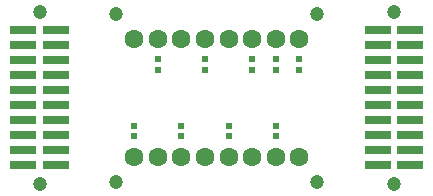
<source format=gbs>
G04 #@! TF.FileFunction,Soldermask,Bot*
%FSLAX46Y46*%
G04 Gerber Fmt 4.6, Leading zero omitted, Abs format (unit mm)*
G04 Created by KiCad (PCBNEW 4.0.2+e4-6225~38~ubuntu14.04.1-stable) date Sun 12 Jun 2016 23:41:07 BST*
%MOMM*%
G01*
G04 APERTURE LIST*
%ADD10C,0.100000*%
%ADD11C,1.200000*%
%ADD12C,1.600000*%
%ADD13R,2.220000X0.740000*%
%ADD14R,0.620000X0.620000*%
G04 APERTURE END LIST*
D10*
D11*
X108500000Y-92900000D03*
X91500000Y-92900000D03*
D12*
X107000000Y-95000000D03*
X105000000Y-95000000D03*
X103000000Y-95000000D03*
X101000000Y-95000000D03*
X99000000Y-95000000D03*
X97000000Y-95000000D03*
X95000000Y-95000000D03*
X93000000Y-95000000D03*
D13*
X83635000Y-94285000D03*
X86365000Y-94285000D03*
X83635000Y-95555000D03*
X86365000Y-95555000D03*
X83635000Y-96825000D03*
X86365000Y-96825000D03*
X83635000Y-98095000D03*
X86365000Y-98095000D03*
X83635000Y-99365000D03*
X86365000Y-99365000D03*
X83635000Y-100635000D03*
X86365000Y-100635000D03*
X83635000Y-101905000D03*
X86365000Y-101905000D03*
X83635000Y-103175000D03*
X86365000Y-103175000D03*
X83635000Y-104445000D03*
X86365000Y-104445000D03*
X83635000Y-105715000D03*
X86365000Y-105715000D03*
D11*
X85000000Y-107305000D03*
X85000000Y-92695000D03*
D13*
X113635000Y-94285000D03*
X116365000Y-94285000D03*
X113635000Y-95555000D03*
X116365000Y-95555000D03*
X113635000Y-96825000D03*
X116365000Y-96825000D03*
X113635000Y-98095000D03*
X116365000Y-98095000D03*
X113635000Y-99365000D03*
X116365000Y-99365000D03*
X113635000Y-100635000D03*
X116365000Y-100635000D03*
X113635000Y-101905000D03*
X116365000Y-101905000D03*
X113635000Y-103175000D03*
X116365000Y-103175000D03*
X113635000Y-104445000D03*
X116365000Y-104445000D03*
X113635000Y-105715000D03*
X116365000Y-105715000D03*
D11*
X115000000Y-107305000D03*
X115000000Y-92695000D03*
D14*
X95000000Y-96700000D03*
X95000000Y-97600000D03*
X99000000Y-96700000D03*
X99000000Y-97600000D03*
X103000000Y-96700000D03*
X103000000Y-97600000D03*
X93000000Y-103250000D03*
X93000000Y-102350000D03*
X105000000Y-103250000D03*
X105000000Y-102350000D03*
X101000000Y-103250000D03*
X101000000Y-102350000D03*
X97000000Y-103250000D03*
X97000000Y-102350000D03*
X105000000Y-96700000D03*
X105000000Y-97600000D03*
X107000000Y-96700000D03*
X107000000Y-97600000D03*
D11*
X91500000Y-107100000D03*
X108500000Y-107100000D03*
D12*
X93000000Y-105000000D03*
X95000000Y-105000000D03*
X97000000Y-105000000D03*
X99000000Y-105000000D03*
X101000000Y-105000000D03*
X103000000Y-105000000D03*
X105000000Y-105000000D03*
X107000000Y-105000000D03*
M02*

</source>
